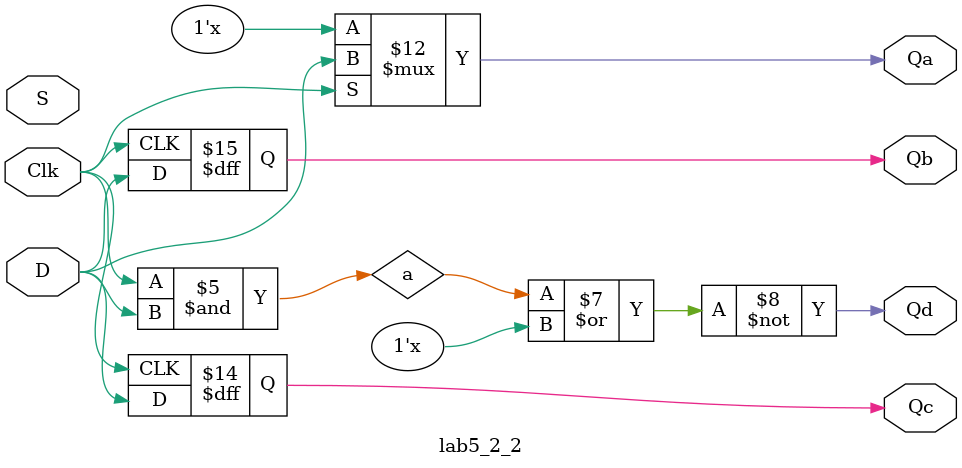
<source format=v>
`timescale 1ns / 1ps


module lab5_2_2(
    input D,
    input Clk,
    input S,
    output reg Qa,
    output reg Qb,
    output reg Qc,
    output reg Qd
    );
    
    always @ *
    begin
        if(Clk)
        Qa=D;
    end//DËø´æÆ÷
    
    always @(posedge Clk)
    begin
        Qb=D;//ÉÏÉý´¥·¢
    end
    
    always @(negedge Clk)
    begin
        Qc=D;//ÏÂ½µ´¥·¢
    end
    
    reg Qdbar,a,b;
    always @ *
    begin
        a=Clk&D;
        b=Clk&S;
        Qd=~(a|Qdbar);
        Qdbar=~(b|Qd);
    end
endmodule

</source>
